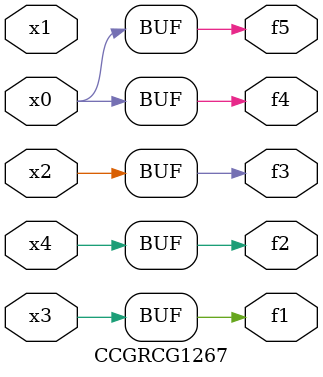
<source format=v>
module CCGRCG1267(
	input x0, x1, x2, x3, x4,
	output f1, f2, f3, f4, f5
);
	assign f1 = x3;
	assign f2 = x4;
	assign f3 = x2;
	assign f4 = x0;
	assign f5 = x0;
endmodule

</source>
